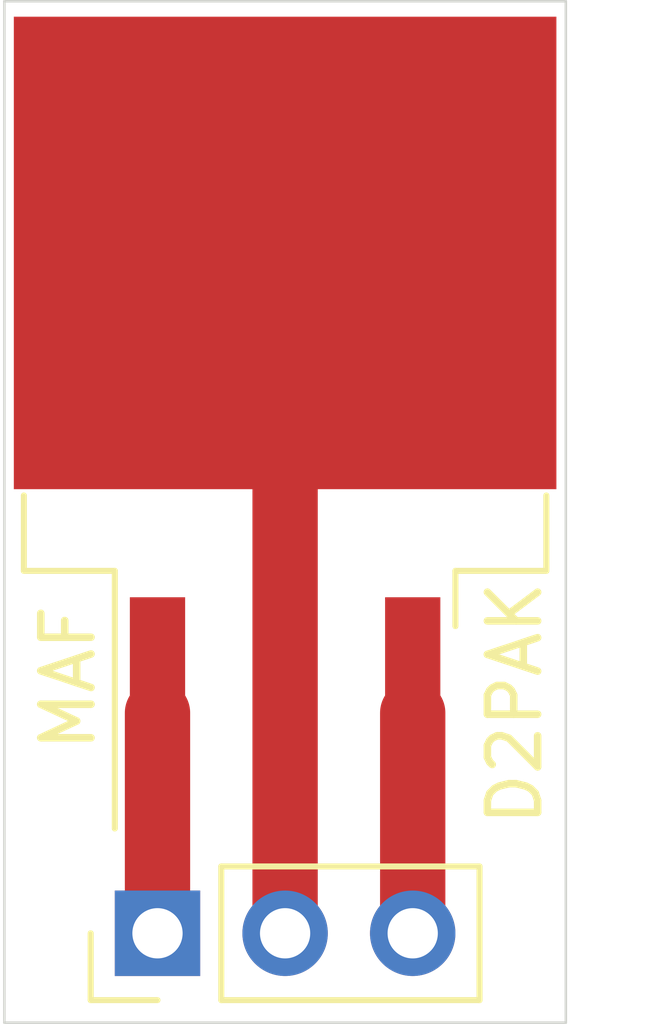
<source format=kicad_pcb>
(kicad_pcb (version 20171130) (host pcbnew 5.1.6-1.fc32)

  (general
    (thickness 1.6)
    (drawings 4)
    (tracks 3)
    (zones 0)
    (modules 2)
    (nets 1)
  )

  (page A4)
  (layers
    (0 F.Cu signal)
    (31 B.Cu signal)
    (32 B.Adhes user)
    (33 F.Adhes user)
    (34 B.Paste user)
    (35 F.Paste user)
    (36 B.SilkS user)
    (37 F.SilkS user)
    (38 B.Mask user)
    (39 F.Mask user)
    (40 Dwgs.User user)
    (41 Cmts.User user)
    (42 Eco1.User user)
    (43 Eco2.User user)
    (44 Edge.Cuts user)
    (45 Margin user)
    (46 B.CrtYd user)
    (47 F.CrtYd user)
    (48 B.Fab user)
    (49 F.Fab user)
  )

  (setup
    (last_trace_width 0.25)
    (trace_clearance 0.2)
    (zone_clearance 0.508)
    (zone_45_only no)
    (trace_min 0.2)
    (via_size 0.8)
    (via_drill 0.4)
    (via_min_size 0.4)
    (via_min_drill 0.3)
    (uvia_size 0.3)
    (uvia_drill 0.1)
    (uvias_allowed no)
    (uvia_min_size 0.2)
    (uvia_min_drill 0.1)
    (edge_width 0.05)
    (segment_width 0.2)
    (pcb_text_width 0.3)
    (pcb_text_size 1.5 1.5)
    (mod_edge_width 0.12)
    (mod_text_size 1 1)
    (mod_text_width 0.15)
    (pad_size 1.524 1.524)
    (pad_drill 0.762)
    (pad_to_mask_clearance 0.05)
    (aux_axis_origin 0 0)
    (visible_elements FFFFFF7F)
    (pcbplotparams
      (layerselection 0x010fc_ffffffff)
      (usegerberextensions false)
      (usegerberattributes true)
      (usegerberadvancedattributes true)
      (creategerberjobfile true)
      (excludeedgelayer true)
      (linewidth 0.100000)
      (plotframeref false)
      (viasonmask false)
      (mode 1)
      (useauxorigin false)
      (hpglpennumber 1)
      (hpglpenspeed 20)
      (hpglpendiameter 15.000000)
      (psnegative false)
      (psa4output false)
      (plotreference true)
      (plotvalue true)
      (plotinvisibletext false)
      (padsonsilk false)
      (subtractmaskfromsilk false)
      (outputformat 1)
      (mirror false)
      (drillshape 1)
      (scaleselection 1)
      (outputdirectory ""))
  )

  (net 0 "")

  (net_class Default "This is the default net class."
    (clearance 0.2)
    (trace_width 0.25)
    (via_dia 0.8)
    (via_drill 0.4)
    (uvia_dia 0.3)
    (uvia_drill 0.1)
  )

  (module Connector_PinHeader_2.54mm:PinHeader_1x03_P2.54mm_Vertical (layer F.Cu) (tedit 59FED5CC) (tstamp 5F732D5F)
    (at 142.748 65.532 90)
    (descr "Through hole straight pin header, 1x03, 2.54mm pitch, single row")
    (tags "Through hole pin header THT 1x03 2.54mm single row")
    (fp_text reference D2PAK (at 4.572 7.112 90) (layer F.SilkS)
      (effects (font (size 1 1) (thickness 0.15)))
    )
    (fp_text value " " (at 0 7.41 90) (layer F.Fab)
      (effects (font (size 1 1) (thickness 0.15)))
    )
    (fp_text user %R (at 0 2.54) (layer F.Fab)
      (effects (font (size 1 1) (thickness 0.15)))
    )
    (fp_line (start -0.635 -1.27) (end 1.27 -1.27) (layer F.Fab) (width 0.1))
    (fp_line (start 1.27 -1.27) (end 1.27 6.35) (layer F.Fab) (width 0.1))
    (fp_line (start 1.27 6.35) (end -1.27 6.35) (layer F.Fab) (width 0.1))
    (fp_line (start -1.27 6.35) (end -1.27 -0.635) (layer F.Fab) (width 0.1))
    (fp_line (start -1.27 -0.635) (end -0.635 -1.27) (layer F.Fab) (width 0.1))
    (fp_line (start -1.33 6.41) (end 1.33 6.41) (layer F.SilkS) (width 0.12))
    (fp_line (start -1.33 1.27) (end -1.33 6.41) (layer F.SilkS) (width 0.12))
    (fp_line (start 1.33 1.27) (end 1.33 6.41) (layer F.SilkS) (width 0.12))
    (fp_line (start -1.33 1.27) (end 1.33 1.27) (layer F.SilkS) (width 0.12))
    (fp_line (start -1.33 0) (end -1.33 -1.33) (layer F.SilkS) (width 0.12))
    (fp_line (start -1.33 -1.33) (end 0 -1.33) (layer F.SilkS) (width 0.12))
    (fp_line (start -1.8 -1.8) (end -1.8 6.85) (layer F.CrtYd) (width 0.05))
    (fp_line (start -1.8 6.85) (end 1.8 6.85) (layer F.CrtYd) (width 0.05))
    (fp_line (start 1.8 6.85) (end 1.8 -1.8) (layer F.CrtYd) (width 0.05))
    (fp_line (start 1.8 -1.8) (end -1.8 -1.8) (layer F.CrtYd) (width 0.05))
    (pad 3 thru_hole oval (at 0 5.08 90) (size 1.7 1.7) (drill 1) (layers *.Cu *.Mask))
    (pad 2 thru_hole oval (at 0 2.54 90) (size 1.7 1.7) (drill 1) (layers *.Cu *.Mask))
    (pad 1 thru_hole rect (at 0 0 90) (size 1.7 1.7) (drill 1) (layers *.Cu *.Mask))
    (model ${KISYS3DMOD}/Connector_PinHeader_2.54mm.3dshapes/PinHeader_1x03_P2.54mm_Vertical.wrl
      (at (xyz 0 0 0))
      (scale (xyz 1 1 1))
      (rotate (xyz 0 0 0))
    )
  )

  (module Package_TO_SOT_SMD:TO-263-2 (layer F.Cu) (tedit 5A70FB7B) (tstamp 5F730B23)
    (at 145.288 55.372 90)
    (descr "TO-263 / D2PAK / DDPAK SMD package, http://www.infineon.com/cms/en/product/packages/PG-TO263/PG-TO263-3-1/")
    (tags "D2PAK DDPAK TO-263 D2PAK-3 TO-263-3 SOT-404")
    (attr smd)
    (fp_text reference MAF (at -5.08 -4.318 90) (layer F.SilkS)
      (effects (font (size 1 1) (thickness 0.15)))
    )
    (fp_text value " " (at 0 6.65 90) (layer F.Fab)
      (effects (font (size 1 1) (thickness 0.15)))
    )
    (fp_text user %R (at 0 0 90) (layer F.Fab)
      (effects (font (size 1 1) (thickness 0.15)))
    )
    (fp_line (start 6.5 -5) (end 7.5 -5) (layer F.Fab) (width 0.1))
    (fp_line (start 7.5 -5) (end 7.5 5) (layer F.Fab) (width 0.1))
    (fp_line (start 7.5 5) (end 6.5 5) (layer F.Fab) (width 0.1))
    (fp_line (start 6.5 -5) (end 6.5 5) (layer F.Fab) (width 0.1))
    (fp_line (start 6.5 5) (end -2.75 5) (layer F.Fab) (width 0.1))
    (fp_line (start -2.75 5) (end -2.75 -4) (layer F.Fab) (width 0.1))
    (fp_line (start -2.75 -4) (end -1.75 -5) (layer F.Fab) (width 0.1))
    (fp_line (start -1.75 -5) (end 6.5 -5) (layer F.Fab) (width 0.1))
    (fp_line (start -2.75 -3.04) (end -7.45 -3.04) (layer F.Fab) (width 0.1))
    (fp_line (start -7.45 -3.04) (end -7.45 -2.04) (layer F.Fab) (width 0.1))
    (fp_line (start -7.45 -2.04) (end -2.75 -2.04) (layer F.Fab) (width 0.1))
    (fp_line (start -2.75 2.04) (end -7.45 2.04) (layer F.Fab) (width 0.1))
    (fp_line (start -7.45 2.04) (end -7.45 3.04) (layer F.Fab) (width 0.1))
    (fp_line (start -7.45 3.04) (end -2.75 3.04) (layer F.Fab) (width 0.1))
    (fp_line (start -1.45 -5.2) (end -2.95 -5.2) (layer F.SilkS) (width 0.12))
    (fp_line (start -2.95 -5.2) (end -2.95 -3.39) (layer F.SilkS) (width 0.12))
    (fp_line (start -2.95 -3.39) (end -8.075 -3.39) (layer F.SilkS) (width 0.12))
    (fp_line (start -1.45 5.2) (end -2.95 5.2) (layer F.SilkS) (width 0.12))
    (fp_line (start -2.95 5.2) (end -2.95 3.39) (layer F.SilkS) (width 0.12))
    (fp_line (start -2.95 3.39) (end -4.05 3.39) (layer F.SilkS) (width 0.12))
    (fp_line (start -8.32 -5.65) (end -8.32 5.65) (layer F.CrtYd) (width 0.05))
    (fp_line (start -8.32 5.65) (end 8.32 5.65) (layer F.CrtYd) (width 0.05))
    (fp_line (start 8.32 5.65) (end 8.32 -5.65) (layer F.CrtYd) (width 0.05))
    (fp_line (start 8.32 -5.65) (end -8.32 -5.65) (layer F.CrtYd) (width 0.05))
    (pad "" smd rect (at 0.95 2.775 90) (size 4.55 5.25) (layers F.Paste))
    (pad "" smd rect (at 5.8 -2.775 90) (size 4.55 5.25) (layers F.Paste))
    (pad "" smd rect (at 0.95 -2.775 90) (size 4.55 5.25) (layers F.Paste))
    (pad "" smd rect (at 5.8 2.775 90) (size 4.55 5.25) (layers F.Paste))
    (pad 2 smd rect (at 3.375 0 90) (size 9.4 10.8) (layers F.Cu F.Mask))
    (pad 3 smd rect (at -5.775 2.54 90) (size 4.6 1.1) (layers F.Cu F.Paste F.Mask))
    (pad 1 smd rect (at -5.775 -2.54 90) (size 4.6 1.1) (layers F.Cu F.Paste F.Mask))
    (model ${KISYS3DMOD}/Package_TO_SOT_SMD.3dshapes/TO-263-2.wrl
      (at (xyz 0 0 0))
      (scale (xyz 1 1 1))
      (rotate (xyz 0 0 0))
    )
  )

  (gr_line (start 139.7 67.31) (end 139.7 46.99) (layer Edge.Cuts) (width 0.05) (tstamp 5F732F7E))
  (gr_line (start 150.876 67.31) (end 139.7 67.31) (layer Edge.Cuts) (width 0.05))
  (gr_line (start 150.876 46.99) (end 150.876 67.31) (layer Edge.Cuts) (width 0.05))
  (gr_line (start 139.7 46.99) (end 150.876 46.99) (layer Edge.Cuts) (width 0.05))

  (segment (start 142.748 65.532) (end 142.748 61.147) (width 1.3) (layer F.Cu) (net 0))
  (segment (start 147.828 65.532) (end 147.828 61.147) (width 1.3) (layer F.Cu) (net 0))
  (segment (start 145.288 65.532) (end 145.288 51.997) (width 1.3) (layer F.Cu) (net 0))

)

</source>
